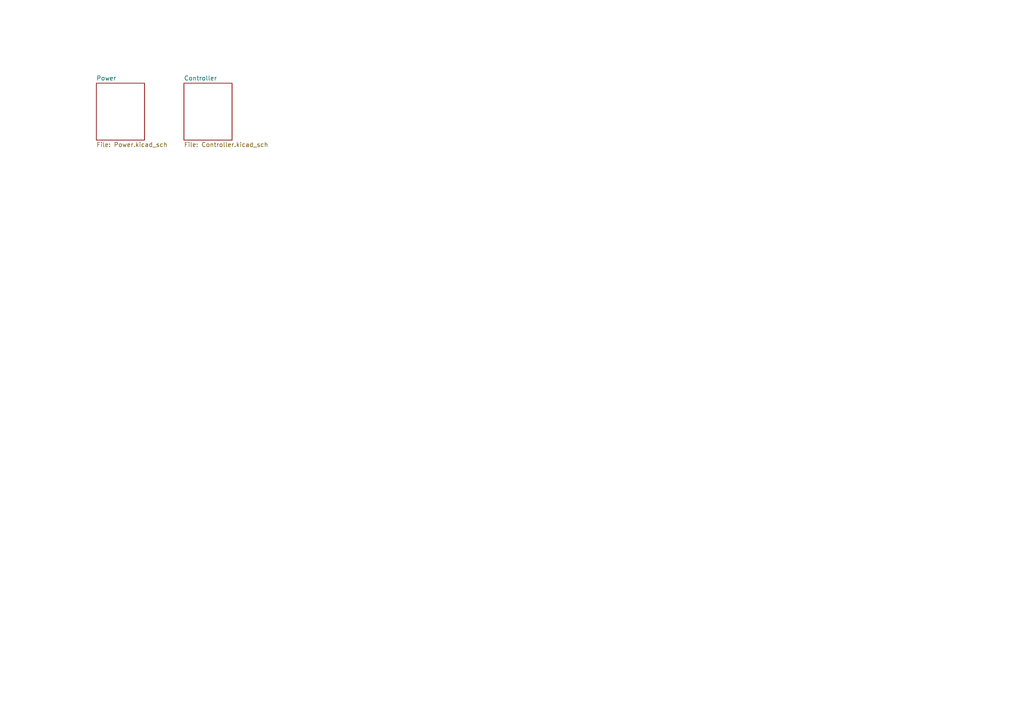
<source format=kicad_sch>
(kicad_sch
	(version 20231120)
	(generator "eeschema")
	(generator_version "8.0")
	(uuid "d0d19fe4-688a-48aa-b086-8ecea6910e81")
	(paper "A4")
	(lib_symbols)
	(sheet
		(at 53.34 24.13)
		(size 13.97 16.51)
		(fields_autoplaced yes)
		(stroke
			(width 0.1524)
			(type solid)
		)
		(fill
			(color 0 0 0 0.0000)
		)
		(uuid "f12b4b2a-0036-42fa-9939-44b2f750a303")
		(property "Sheetname" "Controller"
			(at 53.34 23.4184 0)
			(effects
				(font
					(size 1.27 1.27)
				)
				(justify left bottom)
			)
		)
		(property "Sheetfile" "Controller.kicad_sch"
			(at 53.34 41.2246 0)
			(effects
				(font
					(size 1.27 1.27)
				)
				(justify left top)
			)
		)
		(instances
			(project "USB_SPDTK2"
				(path "/d0d19fe4-688a-48aa-b086-8ecea6910e81"
					(page "3")
				)
			)
		)
	)
	(sheet
		(at 27.94 24.13)
		(size 13.97 16.51)
		(fields_autoplaced yes)
		(stroke
			(width 0.1524)
			(type solid)
		)
		(fill
			(color 0 0 0 0.0000)
		)
		(uuid "fb243b84-8fcb-4d6c-b11a-fee88dae7f56")
		(property "Sheetname" "Power"
			(at 27.94 23.4184 0)
			(effects
				(font
					(size 1.27 1.27)
				)
				(justify left bottom)
			)
		)
		(property "Sheetfile" "Power.kicad_sch"
			(at 27.94 41.2246 0)
			(effects
				(font
					(size 1.27 1.27)
				)
				(justify left top)
			)
		)
		(instances
			(project "USB_SPDTK2"
				(path "/d0d19fe4-688a-48aa-b086-8ecea6910e81"
					(page "2")
				)
			)
		)
	)
	(sheet_instances
		(path "/"
			(page "1")
		)
	)
)

</source>
